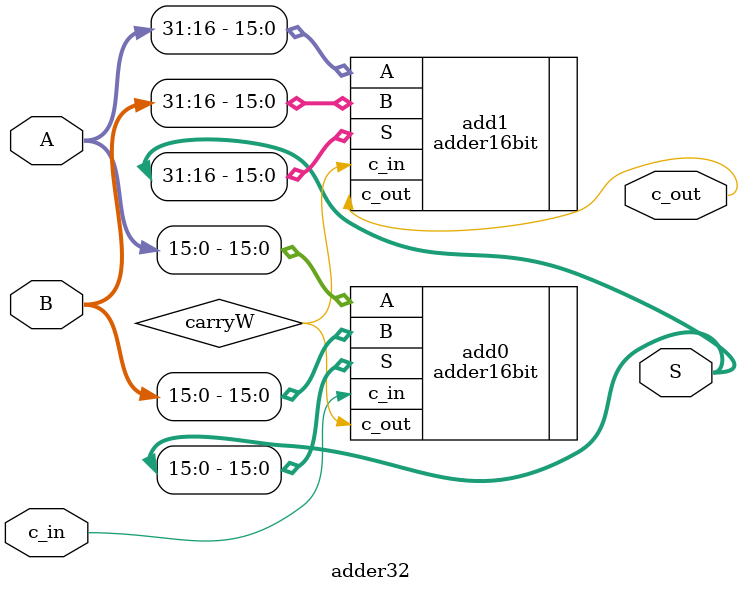
<source format=v>
`timescale 1ns / 1ps


module adder32(
input [31:0] A,
    input [31:0] B,
    input c_in,
    output [31:0] S,
    output c_out
    );
    
wire carryW;
    
adder16bit add0(
.A(A[15:0]),
.B(B[15:0]),
.S(S[15:0]),
.c_out(carryW),
.c_in(c_in)
);


adder16bit add1(
.A(A[31:16]),
.B(B[31:16]),
.S(S[31:16]),
.c_in(carryW),
.c_out(c_out)
);
    
endmodule

</source>
